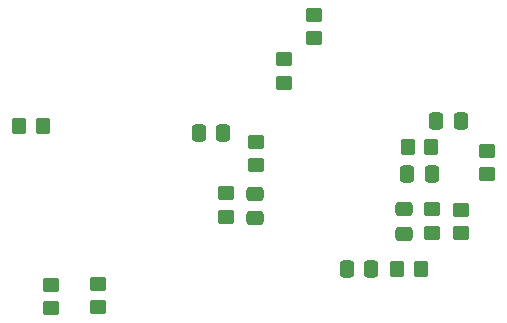
<source format=gbr>
%TF.GenerationSoftware,KiCad,Pcbnew,9.0.1*%
%TF.CreationDate,2025-10-23T13:46:40-06:00*%
%TF.ProjectId,lasertagpcb,6c617365-7274-4616-9770-63622e6b6963,rev?*%
%TF.SameCoordinates,Original*%
%TF.FileFunction,Paste,Top*%
%TF.FilePolarity,Positive*%
%FSLAX46Y46*%
G04 Gerber Fmt 4.6, Leading zero omitted, Abs format (unit mm)*
G04 Created by KiCad (PCBNEW 9.0.1) date 2025-10-23 13:46:40*
%MOMM*%
%LPD*%
G01*
G04 APERTURE LIST*
G04 Aperture macros list*
%AMRoundRect*
0 Rectangle with rounded corners*
0 $1 Rounding radius*
0 $2 $3 $4 $5 $6 $7 $8 $9 X,Y pos of 4 corners*
0 Add a 4 corners polygon primitive as box body*
4,1,4,$2,$3,$4,$5,$6,$7,$8,$9,$2,$3,0*
0 Add four circle primitives for the rounded corners*
1,1,$1+$1,$2,$3*
1,1,$1+$1,$4,$5*
1,1,$1+$1,$6,$7*
1,1,$1+$1,$8,$9*
0 Add four rect primitives between the rounded corners*
20,1,$1+$1,$2,$3,$4,$5,0*
20,1,$1+$1,$4,$5,$6,$7,0*
20,1,$1+$1,$6,$7,$8,$9,0*
20,1,$1+$1,$8,$9,$2,$3,0*%
G04 Aperture macros list end*
%ADD10RoundRect,0.250000X-0.450000X0.350000X-0.450000X-0.350000X0.450000X-0.350000X0.450000X0.350000X0*%
%ADD11RoundRect,0.250000X-0.475000X0.337500X-0.475000X-0.337500X0.475000X-0.337500X0.475000X0.337500X0*%
%ADD12RoundRect,0.250000X0.350000X0.450000X-0.350000X0.450000X-0.350000X-0.450000X0.350000X-0.450000X0*%
%ADD13RoundRect,0.250000X0.337500X0.475000X-0.337500X0.475000X-0.337500X-0.475000X0.337500X-0.475000X0*%
%ADD14RoundRect,0.250000X-0.337500X-0.475000X0.337500X-0.475000X0.337500X0.475000X-0.337500X0.475000X0*%
%ADD15RoundRect,0.250000X-0.350000X-0.450000X0.350000X-0.450000X0.350000X0.450000X-0.350000X0.450000X0*%
%ADD16RoundRect,0.250000X0.450000X-0.350000X0.450000X0.350000X-0.450000X0.350000X-0.450000X-0.350000X0*%
G04 APERTURE END LIST*
D10*
%TO.C,R9*%
X126220000Y-74360000D03*
X126220000Y-76360000D03*
%TD*%
%TO.C,R10*%
X131150000Y-62980000D03*
X131150000Y-64980000D03*
%TD*%
D11*
%TO.C,C4*%
X128690000Y-74362500D03*
X128690000Y-76437500D03*
%TD*%
D10*
%TO.C,R12*%
X148330000Y-70730000D03*
X148330000Y-72730000D03*
%TD*%
D11*
%TO.C,C2*%
X141340000Y-75692500D03*
X141340000Y-77767500D03*
%TD*%
D10*
%TO.C,R11*%
X133710000Y-59230000D03*
X133710000Y-61230000D03*
%TD*%
D12*
%TO.C,R7*%
X142770000Y-80750000D03*
X140770000Y-80750000D03*
%TD*%
D13*
%TO.C,C1*%
X143677500Y-72750000D03*
X141602500Y-72750000D03*
%TD*%
D14*
%TO.C,C6*%
X123962500Y-69240000D03*
X126037500Y-69240000D03*
%TD*%
%TO.C,C8*%
X144072500Y-68240000D03*
X146147500Y-68240000D03*
%TD*%
D15*
%TO.C,R6*%
X141640000Y-70390000D03*
X143640000Y-70390000D03*
%TD*%
D10*
%TO.C,R8*%
X128760000Y-69970000D03*
X128760000Y-71970000D03*
%TD*%
D16*
%TO.C,R4*%
X146160000Y-77730000D03*
X146160000Y-75730000D03*
%TD*%
D13*
%TO.C,C3*%
X138567500Y-80750000D03*
X136492500Y-80750000D03*
%TD*%
D16*
%TO.C,R2*%
X115440000Y-84005000D03*
X115440000Y-82005000D03*
%TD*%
D15*
%TO.C,R3*%
X108750000Y-68620000D03*
X110750000Y-68620000D03*
%TD*%
D10*
%TO.C,R5*%
X143720000Y-75670000D03*
X143720000Y-77670000D03*
%TD*%
D16*
%TO.C,R1*%
X111470000Y-84075000D03*
X111470000Y-82075000D03*
%TD*%
M02*

</source>
